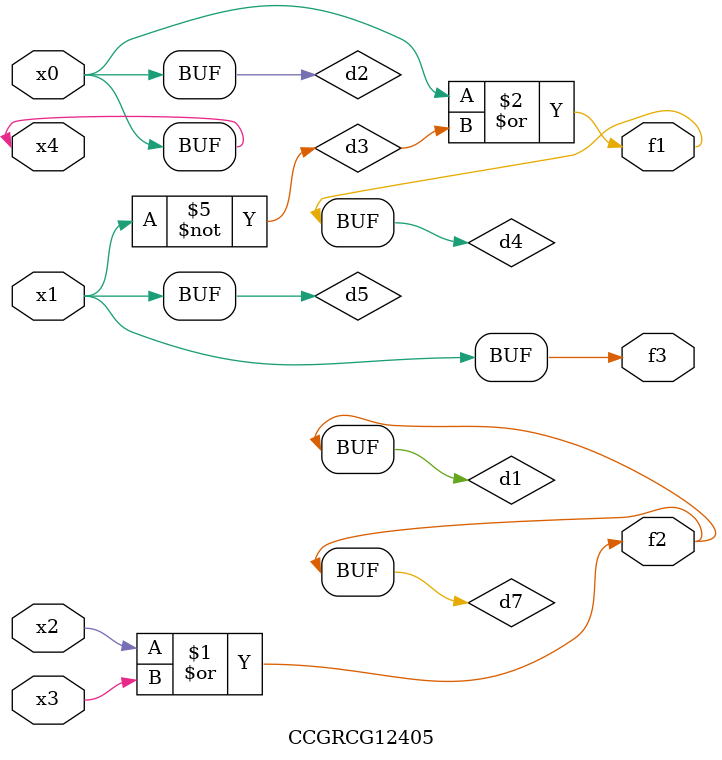
<source format=v>
module CCGRCG12405(
	input x0, x1, x2, x3, x4,
	output f1, f2, f3
);

	wire d1, d2, d3, d4, d5, d6, d7;

	or (d1, x2, x3);
	buf (d2, x0, x4);
	not (d3, x1);
	or (d4, d2, d3);
	not (d5, d3);
	nand (d6, d1, d3);
	or (d7, d1);
	assign f1 = d4;
	assign f2 = d7;
	assign f3 = d5;
endmodule

</source>
